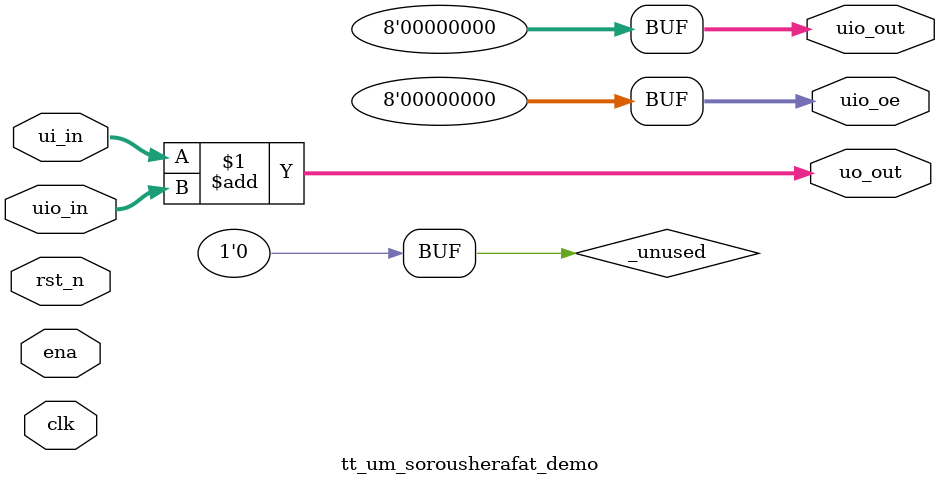
<source format=v>
/*
 * Copyright (c) 2024 Your Name
 * SPDX-License-Identifier: Apache-2.0
 */

`default_nettype none

module tt_um_sorousherafat_demo (
    input  wire [7:0] ui_in,    // Dedicated inputs
    output wire [7:0] uo_out,   // Dedicated outputs
    input  wire [7:0] uio_in,   // IOs: Input path
    output wire [7:0] uio_out,  // IOs: Output path
    output wire [7:0] uio_oe,   // IOs: Enable path (active high: 0=input, 1=output)
    input  wire       ena,      // always 1 when the design is powered, so you can ignore it
    input  wire       clk,      // clock
    input  wire       rst_n     // reset_n - low to reset
);

  // All output pins must be assigned. If not used, assign to 0.
  assign uo_out  = ui_in + uio_in;  // Example: ou_out is the sum of ui_in and uio_in
  assign uio_out = 0;
  assign uio_oe  = 0;

  // List all unused inputs to prevent warnings
  wire _unused = &{ena, clk, rst_n, 1'b0};

endmodule

</source>
